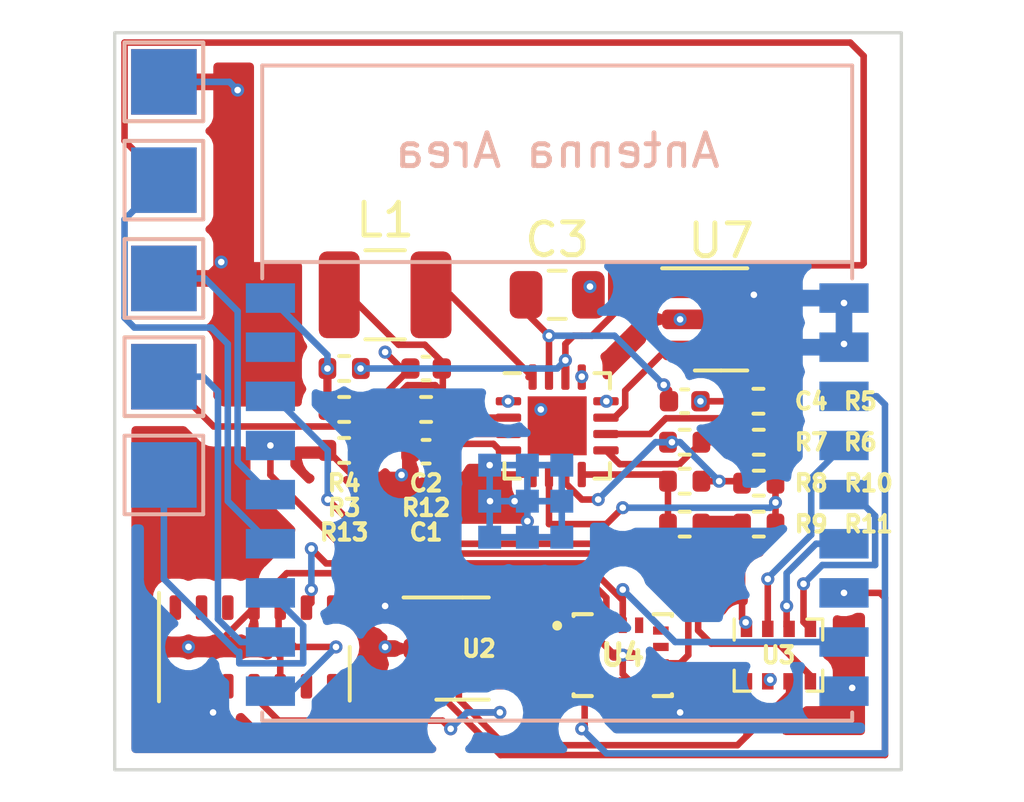
<source format=kicad_pcb>
(kicad_pcb (version 20211014) (generator pcbnew)
  (layers (0 "F.Cu" signal) (1 "In1.Cu" signal) (2 "In2.Cu" signal) (31 "B.Cu" signal) (34 "B.Paste" user) (35 "F.Paste" user) (36 "B.SilkS" user "B.Silkscreen") (37 "F.SilkS" user "F.Silkscreen") (38 "B.Mask" user) (39 "F.Mask" user) (44 "Edge.Cuts" user))
  (net 0 "")
  (net 1 "GND")
  (net 2 "Net-(C1-Pad2)")
  (net 3 "/Power_Management/PV")
  (net 4 "Net-(C3-Pad1)")
  (net 5 "Net-(L1-Pad2)")
  (net 6 "Net-(R3-Pad2)")
  (net 7 "/Power_Management/BATT")
  (net 8 "Net-(R5-Pad2)")
  (net 9 "Net-(R6-Pad2)")
  (net 10 "Net-(R10-Pad1)")
  (net 11 "Net-(R8-Pad2)")
  (net 12 "Net-(R10-Pad2)")
  (net 13 "Net-(R12-Pad2)")
  (net 14 "Net-(TP5-Pad1)")
  (net 15 "Net-(TP7-Pad1)")
  (net 16 "+3.3V")
  (net 17 "Net-(U1-Pad3)")
  (net 18 "Net-(U1-Pad4)")
  (net 19 "SPI_SCK")
  (net 20 "SPI_MOSI")
  (net 21 "Net-(U1-Pad7)")
  (net 22 "SCL")
  (net 23 "SDA")
  (net 24 "Net-(U1-Pad15)")
  (net 25 "SPI_MISO")
  (net 28 "Net-(U2-Pad5)")
  (net 41 "Net-(U6-Pad11)")
  (net 42 "Net-(U1-Pad13)")
  (net 43 "Net-(U1-Pad14)")
  (footprint "TestPoint:TestPoint_Pad_2.0x2.0mm" (layer "F.Cu") (at 165.5 44.5)
    (fp_text reference "TP1" hide)
    (fp_text value "GND" hide)
    (pad "1" smd rect (at 0 0) (size 2 2) (layers "F.Cu" "F.Mask") (net 1 "GND"))
  )
  (footprint "Inductor_SMD:L_1210_3225Metric" (layer "F.Cu") (at 172.25 51)
    (fp_text reference "L1" (at 0 -2.28) (layer "F.SilkS"))
    (fp_text value "Lbst")
    (pad "1" smd roundrect (at -1.4 0) (size 1.25 2.65) (layers "F.Cu" "F.Paste" "F.Mask") (roundrect_rratio 0.2) (net 3 "/Power_Management/PV"))
    (pad "2" smd roundrect (at 1.4 0) (size 1.25 2.65) (layers "F.Cu" "F.Paste" "F.Mask") (roundrect_rratio 0.2) (net 5 "Net-(L1-Pad2)"))
  )
  (footprint "Capacitor_SMD:C_0402_1005Metric" (layer "F.Cu") (at 173.5 53.25)
    (fp_text reference "C2" (at 0 3.5) (layer "F.SilkS") (effects (font (size 0.5 0.5) (thickness 0.125))))
    (fp_text value "Chvr")
    (pad "1" smd roundrect (at -0.48 0) (size 0.56 0.62) (layers "F.Cu" "F.Paste" "F.Mask") (net 1 "GND"))
    (pad "2" smd roundrect (at 0.48 0) (size 0.56 0.62) (layers "F.Cu" "F.Paste" "F.Mask") (net 3 "/Power_Management/PV"))
  )
  (footprint "OptoDevice:Maxim_OLGA-14_3.3x5.6mm_P0.8mm" (layer "F.Cu") (at 168.25 61.75 -90)
    (fp_text reference "U5" hide)
    (fp_text value "MAX30102" hide)
    (pad "1" smd roundrect (at -1.2 -2.4 270) (size 0.75 0.35) (layers "F.Cu" "F.Paste" "F.Mask"))
    (pad "2" smd roundrect (at -1.2 -1.6 270) (size 0.75 0.35) (layers "F.Cu" "F.Paste" "F.Mask") (net 22 "SCL"))
    (pad "3" smd roundrect (at -1.2 -0.8 270) (size 0.75 0.35) (layers "F.Cu" "F.Paste" "F.Mask") (net 23 "SDA"))
    (pad "4" smd roundrect (at -1.2 0 270) (size 0.75 0.35) (layers "F.Cu" "F.Paste" "F.Mask") (net 1 "GND"))
    (pad "5" smd roundrect (at -1.2 0.8 270) (size 0.75 0.35) (layers "F.Cu" "F.Paste" "F.Mask"))
    (pad "6" smd roundrect (at -1.2 1.6 270) (size 0.75 0.35) (layers "F.Cu" "F.Paste" "F.Mask"))
    (pad "7" smd roundrect (at -1.2 2.4 270) (size 0.75 0.35) (layers "F.Cu" "F.Paste" "F.Mask"))
    (pad "8" smd roundrect (at 1.2 2.4 270) (size 0.75 0.35) (layers "F.Cu" "F.Paste" "F.Mask"))
    (pad "9" smd roundrect (at 1.2 1.6 270) (size 0.75 0.35) (layers "F.Cu" "F.Paste" "F.Mask") (net 16 "+3.3V"))
    (pad "10" smd roundrect (at 1.2 0.8 270) (size 0.75 0.35) (layers "F.Cu" "F.Paste" "F.Mask") (net 16 "+3.3V"))
    (pad "11" smd roundrect (at 1.2 0 270) (size 0.75 0.35) (layers "F.Cu" "F.Paste" "F.Mask") (net 28 "Net-(U2-Pad5)"))
    (pad "12" smd roundrect (at 1.2 -0.8 270) (size 0.75 0.35) (layers "F.Cu" "F.Paste" "F.Mask") (net 1 "GND"))
    (pad "13" smd roundrect (at 1.2 -1.6 270) (size 0.75 0.35) (layers "F.Cu" "F.Paste" "F.Mask"))
    (pad "14" smd roundrect (at 1.2 -2.4 270) (size 0.75 0.35) (layers "F.Cu" "F.Paste" "F.Mask"))
  )
  (footprint "Resistor_SMD:R_0402_1005Metric" (layer "F.Cu") (at 183.64 54.25)
    (fp_text reference "R5" (at 3.11 0) (layer "F.SilkS") (effects (font (size 0.5 0.5) (thickness 0.125))))
    (fp_text value "R0k1")
    (pad "1" smd roundrect (at -0.51 0) (size 0.54 0.64) (layers "F.Cu" "F.Paste" "F.Mask") (net 1 "GND"))
    (pad "2" smd roundrect (at 0.51 0) (size 0.54 0.64) (layers "F.Cu" "F.Paste" "F.Mask") (net 8 "Net-(R5-Pad2)"))
  )
  (footprint "Resistor_SMD:R_0402_1005Metric" (layer "F.Cu") (at 183.65 55.5 180)
    (fp_text reference "R6" (at -3.1 0) (layer "F.SilkS") (effects (font (size 0.5 0.5) (thickness 0.125))))
    (fp_text value "R0k3")
    (pad "1" smd roundrect (at -0.51 0 180) (size 0.54 0.64) (layers "F.Cu" "F.Paste" "F.Mask") (net 8 "Net-(R5-Pad2)"))
    (pad "2" smd roundrect (at 0.51 0 180) (size 0.54 0.64) (layers "F.Cu" "F.Paste" "F.Mask") (net 9 "Net-(R6-Pad2)"))
  )
  (footprint "Resistor_SMD:R_0402_1005Metric" (layer "F.Cu") (at 171 55.75 180)
    (fp_text reference "R13" (at 0 -2.5) (layer "F.SilkS") (effects (font (size 0.5 0.5) (thickness 0.125))))
    (fp_text value "Roc1")
    (pad "1" smd roundrect (at -0.51 0 180) (size 0.54 0.64) (layers "F.Cu" "F.Paste" "F.Mask") (net 13 "Net-(R12-Pad2)"))
    (pad "2" smd roundrect (at 0.51 0 180) (size 0.54 0.64) (layers "F.Cu" "F.Paste" "F.Mask") (net 1 "GND"))
  )
  (footprint "Capacitor_SMD:C_0402_1005Metric" (layer "F.Cu") (at 173.5 55.79)
    (fp_text reference "C1" (at 0 2.46) (layer "F.SilkS") (effects (font (size 0.5 0.5) (thickness 0.125))))
    (fp_text value "Cref")
    (pad "1" smd roundrect (at -0.48 0) (size 0.56 0.62) (layers "F.Cu" "F.Paste" "F.Mask") (net 1 "GND"))
    (pad "2" smd roundrect (at 0.48 0) (size 0.56 0.62) (layers "F.Cu" "F.Paste" "F.Mask") (net 2 "Net-(C1-Pad2)"))
  )
  (footprint "Resistor_SMD:R_0402_1005Metric" (layer "F.Cu") (at 171 54.5 180)
    (fp_text reference "R3" (at 0 -3) (layer "F.SilkS") (effects (font (size 0.5 0.5) (thickness 0.125))))
    (fp_text value "1k")
    (pad "1" smd roundrect (at -0.51 0 180) (size 0.54 0.64) (layers "F.Cu" "F.Paste" "F.Mask") (net 1 "GND"))
    (pad "2" smd roundrect (at 0.51 0 180) (size 0.54 0.64) (layers "F.Cu" "F.Paste" "F.Mask") (net 6 "Net-(R3-Pad2)"))
  )
  (footprint "Resistor_SMD:R_0402_1005Metric" (layer "F.Cu") (at 171 53.25)
    (fp_text reference "R4" (at 0 3.5) (layer "F.SilkS") (effects (font (size 0.5 0.5) (thickness 0.125))))
    (fp_text value "1k")
    (pad "1" smd roundrect (at -0.51 0) (size 0.54 0.64) (layers "F.Cu" "F.Paste" "F.Mask") (net 6 "Net-(R3-Pad2)"))
    (pad "2" smd roundrect (at 0.51 0) (size 0.54 0.64) (layers "F.Cu" "F.Paste" "F.Mask") (net 7 "/Power_Management/BATT"))
  )
  (footprint "Capacitor_SMD:C_0402_1005Metric" (layer "F.Cu") (at 181.39 54.25)
    (fp_text reference "C4" (at 3.86 0) (layer "F.SilkS") (effects (font (size 0.5 0.5) (thickness 0.125))))
    (fp_text value "Cfltr")
    (pad "1" smd roundrect (at -0.48 0) (size 0.56 0.62) (layers "F.Cu" "F.Paste" "F.Mask") (net 4 "Net-(C3-Pad1)"))
    (pad "2" smd roundrect (at 0.48 0) (size 0.56 0.62) (layers "F.Cu" "F.Paste" "F.Mask") (net 1 "GND"))
  )
  (footprint "Package_LGA:Bosch_LGA-8_2x2.5mm_P0.65mm_ClockwisePinNumbering" (layer "F.Cu") (at 184.25 62)
    (fp_text reference "U3" (at 0 0) (layer "F.SilkS") (effects (font (size 0.5 0.5) (thickness 0.125))))
    (fp_text value "BMP280" hide)
    (pad "1" smd rect (at -0.975 -0.8 90) (size 0.5 0.35) (layers "F.Cu" "F.Paste" "F.Mask") (net 1 "GND"))
    (pad "2" smd rect (at -0.325 -0.8 90) (size 0.5 0.35) (layers "F.Cu" "F.Paste" "F.Mask") (net 18 "Net-(U1-Pad4)"))
    (pad "3" smd rect (at 0.325 -0.8 90) (size 0.5 0.35) (layers "F.Cu" "F.Paste" "F.Mask") (net 20 "SPI_MOSI"))
    (pad "4" smd rect (at 0.975 -0.8 90) (size 0.5 0.35) (layers "F.Cu" "F.Paste" "F.Mask") (net 19 "SPI_SCK"))
    (pad "5" smd rect (at 0.975 0.8 90) (size 0.5 0.35) (layers "F.Cu" "F.Paste" "F.Mask") (net 25 "SPI_MISO"))
    (pad "6" smd rect (at 0.325 0.8 90) (size 0.5 0.35) (layers "F.Cu" "F.Paste" "F.Mask") (net 28 "Net-(U2-Pad5)"))
    (pad "7" smd rect (at -0.325 0.8 90) (size 0.5 0.35) (layers "F.Cu" "F.Paste" "F.Mask") (net 1 "GND"))
    (pad "8" smd rect (at -0.975 0.8 90) (size 0.5 0.35) (layers "F.Cu" "F.Paste" "F.Mask") (net 28 "Net-(U2-Pad5)"))
  )
  (footprint "Package_TO_SOT_SMD:SOT-23-5" (layer "F.Cu") (at 174.6125 61.8)
    (fp_text reference "U2" (at 0.5 0) (layer "F.SilkS") (effects (font (size 0.5 0.5) (thickness 0.125))))
    (fp_text value "TC2014-1.8VxCTTR" hide)
    (pad "1" smd roundrect (at -1.1375 -0.95) (size 1.325 0.6) (layers "F.Cu" "F.Paste" "F.Mask") (net 16 "+3.3V"))
    (pad "2" smd roundrect (at -1.1375 0) (size 1.325 0.6) (layers "F.Cu" "F.Paste" "F.Mask") (net 1 "GND"))
    (pad "3" smd roundrect (at -1.1375 0.95) (size 1.325 0.6) (layers "F.Cu" "F.Paste" "F.Mask") (net 21 "Net-(U1-Pad7)"))
    (pad "4" smd roundrect (at 1.1375 0.95) (size 1.325 0.6) (layers "F.Cu" "F.Paste" "F.Mask"))
    (pad "5" smd roundrect (at 1.1375 -0.95) (size 1.325 0.6) (layers "F.Cu" "F.Paste" "F.Mask") (net 28 "Net-(U2-Pad5)"))
  )
  (footprint "Package_TO_SOT_SMD:SOT-23-5" (layer "F.Cu") (at 182.5 51.75)
    (fp_text reference "U7" (at 0 -2.4) (layer "F.SilkS"))
    (fp_text value "S-1318A33")
    (pad "1" smd roundrect (at -1.1375 -0.95) (size 1.325 0.6) (layers "F.Cu" "F.Paste" "F.Mask") (net 7 "/Power_Management/BATT"))
    (pad "2" smd roundrect (at -1.1375 0) (size 1.325 0.6) (layers "F.Cu" "F.Paste" "F.Mask") (net 1 "GND"))
    (pad "3" smd roundrect (at -1.1375 0.95) (size 1.325 0.6) (layers "F.Cu" "F.Paste" "F.Mask") (net 41 "Net-(U6-Pad11)"))
    (pad "4" smd roundrect (at 1.1375 0.95) (size 1.325 0.6) (layers "F.Cu" "F.Paste" "F.Mask"))
    (pad "5" smd roundrect (at 1.1375 -0.95) (size 1.325 0.6) (layers "F.Cu" "F.Paste" "F.Mask") (net 16 "+3.3V"))
  )
  (footprint "Resistor_SMD:R_0402_1005Metric" (layer "F.Cu") (at 181.39 55.5 180)
    (fp_text reference "R7" (at -3.86 0) (layer "F.SilkS") (effects (font (size 0.5 0.5) (thickness 0.125))))
    (fp_text value "R0k3")
    (pad "1" smd roundrect (at -0.51 0 180) (size 0.54 0.64) (layers "F.Cu" "F.Paste" "F.Mask") (net 9 "Net-(R6-Pad2)"))
    (pad "2" smd roundrect (at 0.51 0 180) (size 0.54 0.64) (layers "F.Cu" "F.Paste" "F.Mask") (net 10 "Net-(R10-Pad1)"))
  )
  (footprint "Resistor_SMD:R_0402_1005Metric" (layer "F.Cu") (at 183.65 56.75)
    (fp_text reference "R10" (at 3.35 0) (layer "F.SilkS") (effects (font (size 0.5 0.5) (thickness 0.125))))
    (fp_text value "Ruv2")
    (pad "1" smd roundrect (at -0.51 0) (size 0.54 0.64) (layers "F.Cu" "F.Paste" "F.Mask") (net 10 "Net-(R10-Pad1)"))
    (pad "2" smd roundrect (at 0.51 0) (size 0.54 0.64) (layers "F.Cu" "F.Paste" "F.Mask") (net 12 "Net-(R10-Pad2)"))
  )
  (footprint "TestPoint:TestPoint_Pad_2.0x2.0mm" (layer "F.Cu") (at 165.5 50.5)
    (fp_text reference "TP3" hide)
    (fp_text value "GND" hide)
    (pad "1" smd rect (at 0 0) (size 2 2) (layers "F.Cu" "F.Mask") (net 1 "GND"))
  )
  (footprint "Capacitor_SMD:C_0805_2012Metric" (layer "F.Cu") (at 177.5 51)
    (fp_text reference "C3" (at 0 -1.68) (layer "F.SilkS"))
    (fp_text value "Cstor")
    (pad "1" smd roundrect (at -0.95 0) (size 1 1.45) (layers "F.Cu" "F.Paste" "F.Mask") (net 4 "Net-(C3-Pad1)"))
    (pad "2" smd roundrect (at 0.95 0) (size 1 1.45) (layers "F.Cu" "F.Paste" "F.Mask") (net 1 "GND"))
  )
  (footprint "BMI270:XDCR_BMI270" (layer "F.Cu") (at 179.5 62)
    (fp_text reference "U4" (at 0 0) (layer "F.SilkS") (effects (font (size 0.64 0.64))))
    (fp_text value "BMI270")
    (pad "1" smd rect locked (at -1.1625 -0.75) (size 0.475 0.25) (layers "F.Cu" "F.Paste" "F.Mask") (net 1 "GND"))
    (pad "2" smd rect locked (at -1.1625 -0.25) (size 0.475 0.25) (layers "F.Cu" "F.Paste" "F.Mask"))
    (pad "3" smd rect locked (at -1.1625 0.25) (size 0.475 0.25) (layers "F.Cu" "F.Paste" "F.Mask"))
    (pad "4" smd rect locked (at -1.1625 0.75) (size 0.475 0.25) (layers "F.Cu" "F.Paste" "F.Mask") (net 17 "Net-(U1-Pad3)"))
    (pad "5" smd rect locked (at -0.5 0.9125 90) (size 0.475 0.25) (layers "F.Cu" "F.Paste" "F.Mask") (net 16 "+3.3V"))
    (pad "6" smd rect locked (at 0 0.9125 90) (size 0.475 0.25) (layers "F.Cu" "F.Paste" "F.Mask") (net 1 "GND"))
    (pad "7" smd rect locked (at 0.5 0.9125 90) (size 0.475 0.25) (layers "F.Cu" "F.Paste" "F.Mask") (net 1 "GND"))
    (pad "8" smd rect locked (at 1.1625 0.75) (size 0.475 0.25) (layers "F.Cu" "F.Paste" "F.Mask") (net 16 "+3.3V"))
    (pad "9" smd rect locked (at 1.1625 0.25) (size 0.475 0.25) (layers "F.Cu" "F.Paste" "F.Mask") (net 24 "Net-(U1-Pad15)"))
    (pad "10" smd rect locked (at 1.1625 -0.25) (size 0.475 0.25) (layers "F.Cu" "F.Paste" "F.Mask"))
    (pad "11" smd rect locked (at 1.1625 -0.75) (size 0.475 0.25) (layers "F.Cu" "F.Paste" "F.Mask"))
    (pad "12" smd rect locked (at 0.5 -0.9125 90) (size 0.475 0.25) (layers "F.Cu" "F.Paste" "F.Mask"))
    (pad "13" smd rect locked (at 0 -0.9125 90) (size 0.475 0.25) (layers "F.Cu" "F.Paste" "F.Mask") (net 22 "SCL"))
    (pad "14" smd rect locked (at -0.5 -0.9125 90) (size 0.475 0.25) (layers "F.Cu" "F.Paste" "F.Mask") (net 23 "SDA"))
  )
  (footprint "Package_DFN_QFN:VQFN-16-1EP_3x3mm_P0.5mm_EP1.8x1.8mm" (layer "F.Cu") (at 177.5 55)
    (fp_text reference "U6" hide)
    (fp_text value "BQ25504" hide)
    (pad "1" smd roundrect (at -1.4875 -0.75) (size 0.775 0.25) (layers "F.Cu" "F.Paste" "F.Mask") (net 1 "GND"))
    (pad "2" smd roundrect (at -1.4875 -0.25) (size 0.775 0.25) (layers "F.Cu" "F.Paste" "F.Mask") (net 3 "/Power_Management/PV"))
    (pad "3" smd roundrect (at -1.4875 0.25) (size 0.775 0.25) (layers "F.Cu" "F.Paste" "F.Mask") (net 13 "Net-(R12-Pad2)"))
    (pad "4" smd roundrect (at -1.4875 0.75) (size 0.775 0.25) (layers "F.Cu" "F.Paste" "F.Mask") (net 2 "Net-(C1-Pad2)"))
    (pad "5" smd roundrect (at -0.75 1.4875) (size 0.25 0.775) (layers "F.Cu" "F.Paste" "F.Mask") (net 1 "GND"))
    (pad "6" smd roundrect (at -0.25 1.4875) (size 0.25 0.775) (layers "F.Cu" "F.Paste" "F.Mask") (net 12 "Net-(R10-Pad2)"))
    (pad "7" smd roundrect (at 0.25 1.4875) (size 0.25 0.775) (layers "F.Cu" "F.Paste" "F.Mask") (net 10 "Net-(R10-Pad1)"))
    (pad "8" smd roundrect (at 0.75 1.4875) (size 0.25 0.775) (layers "F.Cu" "F.Paste" "F.Mask") (net 11 "Net-(R8-Pad2)"))
    (pad "9" smd roundrect (at 1.4875 0.75) (size 0.775 0.25) (layers "F.Cu" "F.Paste" "F.Mask") (net 9 "Net-(R6-Pad2)"))
    (pad "10" smd roundrect (at 1.4875 0.25) (size 0.775 0.25) (layers "F.Cu" "F.Paste" "F.Mask") (net 8 "Net-(R5-Pad2)"))
    (pad "11" smd roundrect (at 1.4875 -0.25) (size 0.775 0.25) (layers "F.Cu" "F.Paste" "F.Mask") (net 41 "Net-(U6-Pad11)"))
    (pad "12" smd roundrect (at 1.4875 -0.75) (size 0.775 0.25) (layers "F.Cu" "F.Paste" "F.Mask") (net 1 "GND"))
    (pad "13" smd roundrect (at 0.75 -1.4875) (size 0.25 0.775) (layers "F.Cu" "F.Paste" "F.Mask") (net 1 "GND"))
    (pad "14" smd roundrect (at 0.25 -1.4875) (size 0.25 0.775) (layers "F.Cu" "F.Paste" "F.Mask") (net 7 "/Power_Management/BATT"))
    (pad "15" smd roundrect (at -0.25 -1.4875) (size 0.25 0.775) (layers "F.Cu" "F.Paste" "F.Mask") (net 4 "Net-(C3-Pad1)"))
    (pad "16" smd roundrect (at -0.75 -1.4875) (size 0.25 0.775) (layers "F.Cu" "F.Paste" "F.Mask") (net 5 "Net-(L1-Pad2)"))
    (pad "17" smd rect (at 0 0) (size 1.8 1.8) (layers "F.Cu" "F.Mask") (net 1 "GND"))
  )
  (footprint "Resistor_SMD:R_0402_1005Metric" (layer "F.Cu") (at 173.5 54.5 180)
    (fp_text reference "R12" (at 0 -3) (layer "F.SilkS") (effects (font (size 0.5 0.5) (thickness 0.125))))
    (fp_text value "Roc2")
    (pad "1" smd roundrect (at -0.51 0 180) (size 0.54 0.64) (layers "F.Cu" "F.Paste" "F.Mask") (net 3 "/Power_Management/PV"))
    (pad "2" smd roundrect (at 0.51 0 180) (size 0.54 0.64) (layers "F.Cu" "F.Paste" "F.Mask") (net 13 "Net-(R12-Pad2)"))
  )
  (footprint "Resistor_SMD:R_0402_1005Metric" (layer "F.Cu") (at 181.39 58)
    (fp_text reference "R9" (at 3.86 0) (layer "F.SilkS") (effects (font (size 0.5 0.5) (thickness 0.125))))
    (fp_text value "Rov2")
    (pad "1" smd roundrect (at -0.51 0) (size 0.54 0.64) (layers "F.Cu" "F.Paste" "F.Mask") (net 11 "Net-(R8-Pad2)"))
    (pad "2" smd roundrect (at 0.51 0) (size 0.54 0.64) (layers "F.Cu" "F.Paste" "F.Mask") (net 1 "GND"))
  )
  (footprint "Resistor_SMD:R_0402_1005Metric" (layer "F.Cu") (at 183.65 58 180)
    (fp_text reference "R11" (at -3.35 0) (layer "F.SilkS") (effects (font (size 0.5 0.5) (thickness 0.125))))
    (fp_text value "Ruv1")
    (pad "1" smd roundrect (at -0.51 0 180) (size 0.54 0.64) (layers "F.Cu" "F.Paste" "F.Mask") (net 12 "Net-(R10-Pad2)"))
    (pad "2" smd roundrect (at 0.51 0 180) (size 0.54 0.64) (layers "F.Cu" "F.Paste" "F.Mask") (net 1 "GND"))
  )
  (footprint "TestPoint:TestPoint_Pad_2.0x2.0mm" (layer "F.Cu") (at 165.5 53.5)
    (fp_text reference "TP2" hide)
    (fp_text value "PV" hide)
    (pad "1" smd rect (at 0 0) (size 2 2) (layers "F.Cu" "F.Mask") (net 3 "/Power_Management/PV"))
  )
  (footprint "Resistor_SMD:R_0402_1005Metric" (layer "F.Cu") (at 181.39 56.69 180)
    (fp_text reference "R8" (at -3.86 -0.06) (layer "F.SilkS") (effects (font (size 0.5 0.5) (thickness 0.125))))
    (fp_text value "Rov1")
    (pad "1" smd roundrect (at -0.51 0 180) (size 0.54 0.64) (layers "F.Cu" "F.Paste" "F.Mask") (net 10 "Net-(R10-Pad1)"))
    (pad "2" smd roundrect (at 0.51 0 180) (size 0.54 0.64) (layers "F.Cu" "F.Paste" "F.Mask") (net 11 "Net-(R8-Pad2)"))
  )
  (footprint "TestPoint:TestPoint_Pad_2.0x2.0mm" (layer "F.Cu") (at 165.5 47.5)
    (fp_text reference "TP8" hide)
    (fp_text value "BATT" hide)
    (pad "1" smd rect (at 0 0) (size 2 2) (layers "F.Cu" "F.Mask") (net 7 "/Power_Management/BATT"))
  )
  (footprint "TestPoint:TestPoint_Pad_2.0x2.0mm" (layer "B.Cu") (at 165.5 47.5 180)
    (fp_text reference "TP11" hide)
    (fp_text value "D-" hide)
    (pad "1" smd rect (at 0 0 180) (size 2 2) (layers "B.Cu" "B.Mask") (net 42 "Net-(U1-Pad13)"))
  )
  (footprint "TestPoint:TestPoint_Pad_2.0x2.0mm" (layer "B.Cu") (at 165.5 50.5 180)
    (fp_text reference "TP12" hide)
    (fp_text value "D+" hide)
    (pad "1" smd rect (at 0 0 180) (size 2 2) (layers "B.Cu" "B.Mask") (net 43 "Net-(U1-Pad14)"))
  )
  (footprint "TestPoint:TestPoint_Pad_2.0x2.0mm" (layer "B.Cu") (at 165.5 56.5 180)
    (fp_text reference "TP7" hide)
    (fp_text value "TX" hide)
    (pad "1" smd rect (at 0 0 180) (size 2 2) (layers "B.Cu" "B.Mask") (net 15 "Net-(TP7-Pad1)"))
  )
  (footprint "TestPoint:TestPoint_Pad_2.0x2.0mm" (layer "B.Cu") (at 165.5 53.5 180)
    (fp_text reference "TP5" hide)
    (fp_text value "RX" hide)
    (pad "1" smd rect (at 0 0 180) (size 2 2) (layers "B.Cu" "B.Mask") (net 14 "Net-(TP5-Pad1)"))
  )
  (footprint "Espressif:ESP32-C3-WROOM-02" (layer "B.Cu") (at 177.5 57 180)
    (fp_text reference "U1" hide)
    (fp_text value "ESP32-C3-WROOM-02" hide)
    (fp_text user "Antenna Area" (at 0 10.4) (layer "B.SilkS") (effects (justify mirror)))
    (pad "1" smd rect (at -8.75 5.9 180) (size 1.5 0.9) (layers "B.Cu" "B.Paste" "B.Mask") (net 16 "+3.3V"))
    (pad "2" smd rect (at -8.75 4.4 180) (size 1.5 0.9) (layers "B.Cu" "B.Paste" "B.Mask") (net 16 "+3.3V"))
    (pad "3" smd rect (at -8.75 2.9 180) (size 1.5 0.9) (layers "B.Cu" "B.Paste" "B.Mask") (net 17 "Net-(U1-Pad3)"))
    (pad "4" smd rect (at -8.75 1.4 180) (size 1.5 0.9) (layers "B.Cu" "B.Paste" "B.Mask") (net 18 "Net-(U1-Pad4)"))
    (pad "5" smd rect (at -8.75 -0.1 180) (size 1.5 0.9) (layers "B.Cu" "B.Paste" "B.Mask") (net 19 "SPI_SCK"))
    (pad "6" smd rect (at -8.75 -1.6 180) (size 1.5 0.9) (layers "B.Cu" "B.Paste" "B.Mask") (net 20 "SPI_MOSI"))
    (pad "7" smd rect (at -8.75 -3.1 180) (size 1.5 0.9) (layers "B.Cu" "B.Paste" "B.Mask") (net 21 "Net-(U1-Pad7)"))
    (pad "8" smd rect (at -8.75 -4.6 180) (size 1.5 0.9) (layers "B.Cu" "B.Paste" "B.Mask") (net 22 "SCL"))
    (pad "9" smd rect (at -8.75 -6.1 180) (size 1.5 0.9) (layers "B.Cu" "B.Paste" "B.Mask") (net 1 "GND"))
    (pad "10" smd rect (at 8.75 -6.1) (size 1.5 0.9) (layers "B.Cu" "B.Paste" "B.Mask") (net 23 "SDA"))
    (pad "11" smd rect (at 8.75 -4.6) (size 1.5 0.9) (layers "B.Cu" "B.Paste" "B.Mask") (net 14 "Net-(TP5-Pad1)"))
    (pad "12" smd rect (at 8.75 -3.1) (size 1.5 0.9) (layers "B.Cu" "B.Paste" "B.Mask") (net 15 "Net-(TP7-Pad1)"))
    (pad "13" smd rect (at 8.75 -1.6) (size 1.5 0.9) (layers "B.Cu" "B.Paste" "B.Mask") (net 42 "Net-(U1-Pad13)"))
    (pad "14" smd rect (at 8.75 -0.1) (size 1.5 0.9) (layers "B.Cu" "B.Paste" "B.Mask") (net 43 "Net-(U1-Pad14)"))
    (pad "15" smd rect (at 8.75 1.4) (size 1.5 0.9) (layers "B.Cu" "B.Paste" "B.Mask") (net 24 "Net-(U1-Pad15)"))
    (pad "16" smd rect (at 8.75 2.9) (size 1.5 0.9) (layers "B.Cu" "B.Paste" "B.Mask") (net 25 "SPI_MISO"))
    (pad "17" smd rect (at 8.75 4.4) (size 1.5 0.9) (layers "B.Cu" "B.Paste" "B.Mask"))
    (pad "18" smd rect (at 8.75 5.9) (size 1.5 0.9) (layers "B.Cu" "B.Paste" "B.Mask") (net 6 "Net-(R3-Pad2)"))
    (pad "19" smd rect (at 2.06 -0.3) (size 0.7 0.7) (layers "B.Cu" "B.Paste" "B.Mask") (net 1 "GND"))
    (pad "19" smd rect (at -0.14 -0.3) (size 0.7 0.7) (layers "B.Cu" "B.Paste" "B.Mask") (net 1 "GND"))
    (pad "19" smd rect (at 2.06 -1.4) (size 0.7 0.7) (layers "B.Cu" "B.Paste" "B.Mask") (net 1 "GND"))
    (pad "19" smd rect (at 0.91 -1.4) (size 0.7 0.7) (layers "B.Cu" "B.Paste" "B.Mask") (net 1 "GND"))
    (pad "19" smd rect (at 0.91 -0.3) (size 0.7 0.7) (layers "B.Cu" "B.Paste" "B.Mask") (net 1 "GND"))
    (pad "19" smd rect (at 2.06 0.8) (size 0.7 0.7) (layers "B.Cu" "B.Paste" "B.Mask") (net 1 "GND"))
    (pad "19" smd rect (at -0.14 0.8) (size 0.7 0.7) (layers "B.Cu" "B.Paste" "B.Mask") (net 1 "GND"))
    (pad "19" smd rect (at 0.91 0.8) (size 0.7 0.7) (layers "B.Cu" "B.Paste" "B.Mask") (net 1 "GND"))
    (pad "19" smd rect (at -0.14 -1.4) (size 0.7 0.7) (layers "B.Cu" "B.Paste" "B.Mask") (net 1 "GND"))
  )
  (footprint "TestPoint:TestPoint_Pad_2.0x2.0mm" (layer "B.Cu") (at 165.5 44.5 180)
    (fp_text reference "TP6" hide)
    (fp_text value "GND" hide)
    (pad "1" smd rect (at 0 0 180) (size 2 2) (layers "B.Cu" "B.Mask") (net 1 "GND"))
  )
  (gr_rect (start 164 43) (end 188 65.5) (layer "Edge.Cuts") (width 0.1) (fill none))
  (segment (start 178.3375 61.25) (end 178.5 61.25) (width 0.2) (layer "F.Cu") (net 1))
  (segment (start 167.5 44.5) (end 165.5 44.5) (width 0.2) (layer "F.Cu") (net 1))
  (segment (start 183.14 60.89) (end 183.14 58) (width 0.2) (layer "F.Cu") (net 1))
  (segment (start 170.49 55.75) (end 171.24 56.5) (width 0.2) (layer "F.Cu") (net 1))
  (segment (start 179.5 62.9125) (end 179.8375 62.9125) (width 0.2) (layer "F.Cu") (net 1))
  (segment (start 181.87 54.25) (end 183.13 54.25) (width 0.2) (layer "F.Cu") (net 1))
  (segment (start 169.05 62.05) (end 169.05 62.95) (width 0.2) (layer "F.Cu") (net 1))
  (segment (start 179.5 62.575) (end 179.5 62) (width 0.2) (layer "F.Cu") (net 1))
  (segment (start 172.3 61.8) (end 172.25 61.75) (width 0.2) (layer "F.Cu") (net 1))
  (segment (start 183.25 61) (end 183.14 60.89) (width 0.2) (layer "F.Cu") (net 1))
  (segment (start 176.75 56.4875) (end 175.7275 56.4875) (width 0.2) (layer "F.Cu") (net 1))
  (segment (start 173.02 55.79) (end 173.02 56.23) (width 0.2) (layer "F.Cu") (net 1))
  (segment (start 167.05 61.75) (end 166.25 61.75) (width 0.2) (layer "F.Cu") (net 1))
  (segment (start 171.77 54.5) (end 173.02 53.25) (width 0.2) (layer "F.Cu") (net 1))
  (segment (start 167.75 44.75) (end 167.5 44.5) (width 0.2) (layer "F.Cu") (net 1))
  (segment (start 168.25 60.55) (end 168.25 61.25) (width 0.2) (layer "F.Cu") (net 1))
  (segment (start 175.7275 56.4875) (end 175.44 56.2) (width 0.2) (layer "F.Cu") (net 1))
  (segment (start 171.51 54.5) (end 171.77 54.5) (width 0.2) (layer "F.Cu") (net 1))
  (segment (start 167.25 50) (end 166.75 50.5) (width 0.2) (layer "F.Cu") (net 1))
  (segment (start 168.25 60.55) (end 167.05 61.75) (width 0.2) (layer "F.Cu") (net 1))
  (segment (start 166.75 50.5) (end 165.5 50.5) (width 0.2) (layer "F.Cu") (net 1))
  (segment (start 173.475 61.8) (end 172.3 61.8) (width 0.2) (layer "F.Cu") (net 1))
  (segment (start 179.25 62) (end 179.5 62) (width 0.2) (layer "F.Cu") (net 1))
  (segment (start 173.02 53.25) (end 172.75 53.25) (width 0.2) (layer "F.Cu") (net 1))
  (segment (start 172.75 53.25) (end 172.25 52.75) (width 0.2) (layer "F.Cu") (net 1))
  (segment (start 178.5 61.25) (end 179.25 62) (width 0.2) (layer "F.Cu") (net 1))
  (segment (start 171.24 56.5) (end 172.75 56.5) (width 0.2) (layer "F.Cu") (net 1))
  (segment (start 183.14 58) (end 181.9 58) (width 0.2) (layer "F.Cu") (net 1))
  (segment (start 179.8375 62.9125) (end 179.5 62.575) (width 0.2) (layer "F.Cu") (net 1))
  (segment (start 168.25 61.25) (end 169.05 62.05) (width 0.2) (layer "F.Cu") (net 1))
  (segment (start 179.8375 62.9125) (end 180 62.9125) (width 0.2) (layer "F.Cu") (net 1))
  (segment (start 173.02 56.23) (end 172.75 56.5) (width 0.2) (layer "F.Cu") (net 1))
  (via (at 176 54.25) (size 0.4) (drill 0.2) (layers "F.Cu" "B.Cu") (net 1))
  (via (at 183.25 61) (size 0.4) (drill 0.2) (layers "F.Cu" "B.Cu") (net 1))
  (via (at 175.44 56.2) (size 0.4) (drill 0.2) (layers "F.Cu" "B.Cu") (net 1))
  (via (at 177 54.5) (size 0.4) (drill 0.2) (layers "F.Cu" "B.Cu") (net 1))
  (via (at 186.5 63) (size 0.4) (drill 0.2) (layers "F.Cu" "B.Cu") (net 1))
  (via (at 176.59 57.91) (size 0.4) (drill 0.2) (layers "F.Cu" "B.Cu") (net 1))
  (via (at 172.25 52.75) (size 0.4) (drill 0.2) (layers "F.Cu" "B.Cu") (net 1))
  (via (at 167.75 44.75) (size 0.4) (drill 0.2) (layers "F.Cu" "B.Cu") (net 1))
  (via (at 181.87 54.25) (size 0.4) (drill 0.2) (layers "F.Cu" "B.Cu") (net 1))
  (via (at 176.2 57.3) (size 0.4) (drill 0.2) (layers "F.Cu" "B.Cu") (net 1))
  (via (at 172.25 61.75) (size 0.4) (drill 0.2) (layers "F.Cu" "B.Cu") (net 1))
  (via (at 179.5 62) (size 0.4) (drill 0.2) (layers "F.Cu" "B.Cu") (net 1))
  (via (at 178.5 50.75) (size 0.4) (drill 0.2) (layers "F.Cu" "B.Cu") (net 1))
  (via (at 166.25 61.75) (size 0.4) (drill 0.2) (layers "F.Cu" "B.Cu") (net 1))
  (via (at 178.25 53.5) (size 0.4) (drill 0.2) (layers "F.Cu" "B.Cu") (net 1))
  (via (at 181.25 51.75) (size 0.4) (drill 0.2) (layers "F.Cu" "B.Cu") (net 1))
  (via (at 179 54.25) (size 0.4) (drill 0.2) (layers "F.Cu" "B.Cu") (net 1))
  (via (at 172.75 56.5) (size 0.4) (drill 0.2) (layers "F.Cu" "B.Cu") (net 1))
  (via (at 167.25 50) (size 0.4) (drill 0.2) (layers "F.Cu" "B.Cu") (net 1))
  (via (at 175.45 57.3) (size 0.4) (drill 0.2) (layers "F.Cu" "B.Cu") (net 1))
  (via (at 184 62.75) (size 0.4) (drill 0.2) (layers "F.Cu" "B.Cu") (net 1))
  (segment (start 176.59 57.91) (end 176.59 58.4) (width 0.2) (layer "B.Cu") (net 1))
  (segment (start 175.45 57.3) (end 175.44 57.3) (width 0.2) (layer "B.Cu") (net 1))
  (segment (start 167.5 44.5) (end 167.75 44.75) (width 0.2) (layer "B.Cu") (net 1))
  (segment (start 177.64 56.2) (end 177.64 58.4) (width 0.2) (layer "B.Cu") (net 1))
  (segment (start 175.44 56.2) (end 177.64 56.2) (width 0.2) (layer "B.Cu") (net 1))
  (segment (start 175.44 58.4) (end 177.64 58.4) (width 0.2) (layer "B.Cu") (net 1))
  (segment (start 176.59 56.2) (end 176.59 57.91) (width 0.2) (layer "B.Cu") (net 1))
  (segment (start 176.2 57.3) (end 175.45 57.3) (width 0.2) (layer "B.Cu") (net 1))
  (segment (start 177.64 57.3) (end 176.2 57.3) (width 0.2) (layer "B.Cu") (net 1))
  (segment (start 165.5 44.5) (end 167.5 44.5) (width 0.2) (layer "B.Cu") (net 1))
  (segment (start 175.44 58.4) (end 175.44 56.2) (width 0.2) (layer "B.Cu") (net 1))
  (segment (start 174.22 55.55) (end 175.553769 55.55) (width 0.2) (layer "F.Cu") (net 2))
  (segment (start 175.553769 55.55) (end 175.753769 55.75) (width 0.2) (layer "F.Cu") (net 2))
  (segment (start 175.753769 55.75) (end 176.0125 55.75) (width 0.2) (layer "F.Cu") (net 2))
  (segment (start 173.98 55.79) (end 174.22 55.55) (width 0.2) (layer "F.Cu") (net 2))
  (segment (start 173.78 53.76) (end 174.01 53.99) (width 0.2) (layer "F.Cu") (net 3))
  (segment (start 172 55.02) (end 172 55) (width 0.2) (layer "F.Cu") (net 3))
  (segment (start 170.85 51) (end 171.136397 51) (width 0.2) (layer "F.Cu") (net 3))
  (segment (start 167.02 55.02) (end 172 55.02) (width 0.2) (layer "F.Cu") (net 3))
  (segment (start 174.01 54.5) (end 174.01 53.99) (width 0.2) (layer "F.Cu") (net 3))
  (segment (start 172.936238 53.76) (end 173.78 53.76) (width 0.2) (layer "F.Cu") (net 3))
  (segment (start 165.5 53.5) (end 167.02 55.02) (width 0.2) (layer "F.Cu") (net 3))
  (segment (start 172.52 54.176238) (end 172.936238 53.76) (width 0.2) (layer "F.Cu") (net 3))
  (segment (start 173.461396 52.525) (end 173.98 53.043604) (width 0.2) (layer "F.Cu") (net 3))
  (segment (start 174.01 53.99) (end 174.01 53.28) (width 0.2) (layer "F.Cu") (net 3))
  (segment (start 172.661397 52.525) (end 173.461396 52.525) (width 0.2) (layer "F.Cu") (net 3))
  (segment (start 173.98 53.043604) (end 173.98 53.25) (width 0.2) (layer "F.Cu") (net 3))
  (segment (start 174.26 54.75) (end 174.01 54.5) (width 0.2) (layer "F.Cu") (net 3))
  (segment (start 174.01 53.28) (end 173.98 53.25) (width 0.2) (layer "F.Cu") (net 3))
  (segment (start 172 55) (end 172.52 54.48) (width 0.2) (layer "F.Cu") (net 3))
  (segment (start 176.0125 54.75) (end 174.26 54.75) (width 0.2) (layer "F.Cu") (net 3))
  (segment (start 171.136397 51) (end 172.661397 52.525) (width 0.2) (layer "F.Cu") (net 3))
  (segment (start 172.52 54.48) (end 172.52 54.176238) (width 0.2) (layer "F.Cu") (net 3))
  (segment (start 176.55 51) (end 176.55 51.55) (width 0.2) (layer "F.Cu") (net 4))
  (segment (start 176.55 51.55) (end 177.25 52.25) (width 0.2) (layer "F.Cu") (net 4))
  (segment (start 180.91 53.91) (end 180.75 53.75) (width 0.2) (layer "F.Cu") (net 4))
  (segment (start 180.91 54.25) (end 180.91 53.91) (width 0.2) (layer "F.Cu") (net 4))
  (segment (start 177.25 52.25) (end 177.25 53.5125) (width 0.2) (layer "F.Cu") (net 4))
  (via (at 180.75 53.75) (size 0.4) (drill 0.2) (layers "F.Cu" "B.Cu") (net 4))
  (via (at 177.25 52.25) (size 0.4) (drill 0.2) (layers "F.Cu" "B.Cu") (net 4))
  (segment (start 180.75 53.75) (end 179.25 52.25) (width 0.2) (layer "B.Cu") (net 4))
  (segment (start 179.25 52.25) (end 177.25 52.25) (width 0.2) (layer "B.Cu") (net 4))
  (segment (start 174.2375 51) (end 173.65 51) (width 0.2) (layer "F.Cu") (net 5))
  (segment (start 176.625 53.5125) (end 176.75 53.5125) (width 0.2) (layer "F.Cu") (net 5))
  (segment (start 176.75 53.5125) (end 174.2375 51) (width 0.2) (layer "F.Cu") (net 5))
  (segment (start 170.49 53.25) (end 170.49 54.5) (width 0.25) (layer "F.Cu") (net 6))
  (via (at 170.49 53.25) (size 0.4) (drill 0.2) (layers "F.Cu" "B.Cu") (net 6))
  (segment (start 168.75 51.1) (end 170.49 52.84) (width 0.2) (layer "B.Cu") (net 6))
  (segment (start 170.49 52.84) (end 170.49 53.25) (width 0.2) (layer "B.Cu") (net 6))
  (segment (start 186.85 43.708578) (end 186.85 50.041422) (width 0.2) (layer "F.Cu") (net 7))
  (segment (start 178.561396 52.25) (end 180.011396 50.8) (width 0.2) (layer "F.Cu") (net 7))
  (segment (start 171.51 53.25) (end 171.5 53.25) (width 0.2) (layer "F.Cu") (net 7))
  (segment (start 179.15 50.338604) (end 179.15 51.661396) (width 0.2) (layer "F.Cu") (net 7))
  (segment (start 164.3 46.3) (end 164.3 43.3) (width 0.2) (layer "F.Cu") (net 7))
  (segment (start 177.75 53) (end 177.75 52.5) (width 0.2) (layer "F.Cu") (net 7))
  (segment (start 177.75 53.5125) (end 177.75 53) (width 0.2) (layer "F.Cu") (net 7))
  (segment (start 186.85 50.041422) (end 186.791422 50.1) (width 0.2) (layer "F.Cu") (net 7))
  (segment (start 179.15 51.661396) (end 178.561396 52.25) (width 0.2) (layer "F.Cu") (net 7))
  (segment (start 180.011396 50.8) (end 181.3625 50.8) (width 0.2) (layer "F.Cu") (net 7))
  (segment (start 186.791422 50.1) (end 179.388604 50.1) (width 0.2) (layer "F.Cu") (net 7))
  (segment (start 164.3 43.3) (end 186.441422 43.3) (width 0.2) (layer "F.Cu") (net 7))
  (segment (start 179.388604 50.1) (end 179.15 50.338604) (width 0.2) (layer "F.Cu") (net 7))
  (segment (start 165.5 47.5) (end 164.3 46.3) (width 0.2) (layer "F.Cu") (net 7))
  (segment (start 186.441422 43.3) (end 186.85 43.708578) (width 0.2) (layer "F.Cu") (net 7))
  (segment (start 177.75 52.5) (end 178 52.25) (width 0.2) (layer "F.Cu") (net 7))
  (segment (start 178 52.25) (end 178.25 52.25) (width 0.2) (layer "F.Cu") (net 7))
  (segment (start 178.25 52.25) (end 178.561396 52.25) (width 0.2) (layer "F.Cu") (net 7))
  (via (at 177.75 53) (size 0.4) (drill 0.2) (layers "F.Cu" "B.Cu") (net 7))
  (via (at 171.5 53.25) (size 0.4) (drill 0.2) (layers "F.Cu" "B.Cu") (net 7))
  (segment (start 171.5 53.25) (end 177.5 53.25) (width 0.2) (layer "B.Cu") (net 7))
  (segment (start 177.5 53.25) (end 177.75 53) (width 0.2) (layer "B.Cu") (net 7))
  (segment (start 183.63 54.77) (end 184.15 54.25) (width 0.2) (layer "F.Cu") (net 8))
  (segment (start 178.9875 55.25) (end 180.336238 55.25) (width 0.2) (layer "F.Cu") (net 8))
  (segment (start 180.816238 54.77) (end 183.63 54.77) (width 0.2) (layer "F.Cu") (net 8))
  (segment (start 184.15 55.49) (end 184.16 55.5) (width 0.2) (layer "F.Cu") (net 8))
  (segment (start 180.336238 55.25) (end 180.816238 54.77) (width 0.2) (layer "F.Cu") (net 8))
  (segment (start 184.15 54.25) (end 184.15 55.49) (width 0.2) (layer "F.Cu") (net 8))
  (segment (start 181.23 56.17) (end 181.9 55.5) (width 0.2) (layer "F.Cu") (net 9))
  (segment (start 178.9875 55.75) (end 179.4075 56.17) (width 0.2) (layer "F.Cu") (net 9))
  (segment (start 179.4075 56.17) (end 181.23 56.17) (width 0.2) (layer "F.Cu") (net 9))
  (segment (start 181.9 55.5) (end 183.14 55.5) (width 0.2) (layer "F.Cu") (net 9))
  (segment (start 180.88 55.5) (end 181 55.5) (width 0.2) (layer "F.Cu") (net 10))
  (segment (start 178.253769 57.25) (end 178.75 57.25) (width 0.2) (layer "F.Cu") (net 10))
  (segment (start 182.44 56.69) (end 183.08 56.69) (width 0.2) (layer "F.Cu") (net 10))
  (segment (start 177.75 56.4875) (end 177.75 56.746231) (width 0.2) (layer "F.Cu") (net 10))
  (segment (start 181.9 56.69) (end 182.44 56.69) (width 0.2) (layer "F.Cu") (net 10))
  (segment (start 183.08 56.69) (end 183.14 56.75) (width 0.2) (layer "F.Cu") (net 10))
  (segment (start 177.75 56.746231) (end 178.253769 57.25) (width 0.2) (layer "F.Cu") (net 10))
  (via (at 181 55.5) (size 0.4) (drill 0.2) (layers "F.Cu" "B.Cu") (net 10))
  (via (at 178.75 57.25) (size 0.4) (drill 0.2) (layers "F.Cu" "B.Cu") (net 10))
  (via (at 182.44 56.69) (size 0.4) (drill 0.2) (layers "F.Cu" "B.Cu") (net 10))
  (segment (start 180.5 55.5) (end 181 55.5) (width 0.2) (layer "B.Cu") (net 10))
  (segment (start 181.25 55.5) (end 182.44 56.69) (width 0.2) (layer "B.Cu") (net 10))
  (segment (start 181 55.5) (end 181.25 55.5) (width 0.2) (layer "B.Cu") (net 10))
  (segment (start 178.75 57.25) (end 180.5 55.5) (width 0.2) (layer "B.Cu") (net 10))
  (segment (start 180.88 56.69) (end 180.6775 56.4875) (width 0.2) (layer "F.Cu") (net 11))
  (segment (start 180.6775 56.4875) (end 178.25 56.4875) (width 0.2) (layer "F.Cu") (net 11))
  (segment (start 180.88 58) (end 180.88 56.69) (width 0.2) (layer "F.Cu") (net 11))
  (segment (start 179.5 57.5) (end 179 58) (width 0.2) (layer "F.Cu") (net 12))
  (segment (start 177.25 58) (end 177.25 56.4875) (width 0.2) (layer "F.Cu") (net 12))
  (segment (start 184.16 57.34) (end 184.16 58) (width 0.2) (layer "F.Cu") (net 12))
  (segment (start 179 58) (end 177.25 58) (width 0.2) (layer "F.Cu") (net 12))
  (segment (start 184.16 56.75) (end 184.16 57.34) (width 0.2) (layer "F.Cu") (net 12))
  (via (at 179.5 57.5) (size 0.4) (drill 0.2) (layers "F.Cu" "B.Cu") (net 12))
  (via (at 184.16 57.34) (size 0.4) (drill 0.2) (layers "F.Cu" "B.Cu") (net 12))
  (segment (start 184 57.5) (end 184.16 57.34) (width 0.2) (layer "B.Cu") (net 12))
  (segment (start 179.5 57.5) (end 184 57.5) (width 0.2) (layer "B.Cu") (net 12))
  (segment (start 171.51 55.75) (end 171.74 55.75) (width 0.2) (layer "F.Cu") (net 13))
  (segment (start 176.0125 55.25) (end 173.74 55.25) (width 0.2) (layer "F.Cu") (net 13))
  (segment (start 173.74 55.25) (end 172.99 54.5) (width 0.2) (layer "F.Cu") (net 13))
  (segment (start 171.74 55.75) (end 172.99 54.5) (width 0.2) (layer "F.Cu") (net 13))
  (segment (start 167.15 53.95) (end 167.15 60.9) (width 0.2) (layer "B.Cu") (net 14))
  (segment (start 166.7 53.5) (end 167.15 53.95) (width 0.2) (layer "B.Cu") (net 14))
  (segment (start 167.15 60.9) (end 167.85 61.6) (width 0.2) (layer "B.Cu") (net 14))
  (segment (start 165.5 53.5) (end 166.7 53.5) (width 0.2) (layer "B.Cu") (net 14))
  (segment (start 167.85 61.6) (end 168.75 61.6) (width 0.2) (layer "B.Cu") (net 14))
  (segment (start 168.75 60.1) (end 169.75 61.1) (width 0.2) (layer "B.Cu") (net 15))
  (segment (start 167.8 62.25) (end 167.8 61.9) (width 0.2) (layer "B.Cu") (net 15))
  (segment (start 167.8 61.9) (end 167.725736 61.9) (width 0.2) (layer "B.Cu") (net 15))
  (segment (start 169.75 61.1) (end 169.75 62.25) (width 0.2) (layer "B.Cu") (net 15))
  (segment (start 167.725736 61.9) (end 165.5 59.674264) (width 0.2) (layer "B.Cu") (net 15))
  (segment (start 165.5 59.674264) (end 165.5 56.5) (width 0.2) (layer "B.Cu") (net 15))
  (segment (start 169.75 62.25) (end 167.8 62.25) (width 0.2) (layer "B.Cu") (net 15))
  (segment (start 179 63.75) (end 181.25 63.75) (width 0.2) (layer "F.Cu") (net 16))
  (segment (start 180.6625 63.1625) (end 181.25 63.75) (width 0.2) (layer "F.Cu") (net 16))
  (segment (start 179 62.9125) (end 179 63.75) (width 0.2) (layer "F.Cu") (net 16))
  (segment (start 167.45 62.95) (end 166.65 62.95) (width 0.2) (layer "F.Cu") (net 16))
  (segment (start 180.6625 62.75) (end 180.6625 63.1625) (width 0.2) (layer "F.Cu") (net 16))
  (segment (start 172.6 60.85) (end 172.25 60.5) (width 0.2) (layer "F.Cu") (net 16))
  (segment (start 173.475 60.85) (end 172.6 60.85) (width 0.2) (layer "F.Cu") (net 16))
  (segment (start 166.65 62.95) (end 166.65 63.4) (width 0.2) (layer "F.Cu") (net 16))
  (segment (start 166.65 63.4) (end 167 63.75) (width 0.2) (layer "F.Cu") (net 16))
  (via (at 167 63.75) (size 0.4) (drill 0.2) (layers "F.Cu" "B.Cu") (net 16))
  (via (at 186.25 52.5) (size 0.4) (drill 0.2) (layers "F.Cu" "B.Cu") (net 16))
  (via (at 186.25 51.25) (size 0.4) (drill 0.2) (layers "F.Cu" "B.Cu") (net 16))
  (via (at 183.5 51) (size 0.4) (drill 0.2) (layers "F.Cu" "B.Cu") (net 16))
  (via (at 172.25 60.5) (size 0.4) (drill 0.2) (layers "F.Cu" "B.Cu") (net 16))
  (via (at 181.25 63.75) (size 0.4) (drill 0.2) (layers "F.Cu" "B.Cu") (net 16))
  (segment (start 178.3375 62.75) (end 178.3375 64.1625) (width 0.2) (layer "F.Cu") (net 17))
  (segment (start 178.3375 64.1625) (end 178.25 64.25) (width 0.2) (layer "F.Cu") (net 17))
  (via (at 178.25 64.25) (size 0.4) (drill 0.2) (layers "F.Cu" "B.Cu") (net 17))
  (segment (start 178.25 64.25) (end 179 65) (width 0.2) (layer "B.Cu") (net 17))
  (segment (start 187.25 54.1) (end 186.25 54.1) (width 0.2) (layer "B.Cu") (net 17))
  (segment (start 179 65) (end 187.5 65) (width 0.2) (layer "B.Cu") (net 17))
  (segment (start 187.5 54.35) (end 187.25 54.1) (width 0.2) (layer "B.Cu") (net 17))
  (segment (start 187.5 65) (end 187.5 54.35) (width 0.2) (layer "B.Cu") (net 17))
  (segment (start 183.925 59.675) (end 183.925 61.2) (width 0.2) (layer "F.Cu") (net 18))
  (via (at 183.925 59.675) (size 0.4) (drill 0.2) (layers "F.Cu" "B.Cu") (net 18))
  (segment (start 185.25 58.325736) (end 185.25 56.6) (width 0.2) (layer "B.Cu") (net 18))
  (segment (start 183.925 59.675) (end 183.925 59.650736) (width 0.2) (layer "B.Cu") (net 18))
  (segment (start 185.25 56.6) (end 186.25 55.6) (width 0.2) (layer "B.Cu") (net 18))
  (segment (start 183.925 59.650736) (end 185.25 58.325736) (width 0.2) (layer "B.Cu") (net 18))
  (segment (start 185.014803 60.989803) (end 185.225 61.2) (width 0.2) (layer "F.Cu") (net 19))
  (segment (start 185.014803 59.824278) (end 185.014803 60.989803) (width 0.2) (layer "F.Cu") (net 19))
  (via (at 185.014803 59.824278) (size 0.4) (drill 0.2) (layers "F.Cu" "B.Cu") (net 19))
  (segment (start 185.589081 59.25) (end 185.014803 59.824278) (width 0.2) (layer "B.Cu") (net 19))
  (segment (start 186.25 57.1) (end 186.55 57.1) (width 0.2) (layer "B.Cu") (net 19))
  (segment (start 185.589081 59.25) (end 187.2 59.25) (width 0.2) (layer "B.Cu") (net 19))
  (segment (start 187.2 57.75) (end 187.2 59.25) (width 0.2) (layer "B.Cu") (net 19))
  (segment (start 186.55 57.1) (end 187.2 57.75) (width 0.2) (layer "B.Cu") (net 19))
  (segment (start 184.5 61.125) (end 184.575 61.2) (width 0.2) (layer "F.Cu") (net 20))
  (segment (start 184.5 60.5) (end 184.5 61.125) (width 0.2) (layer "F.Cu") (net 20))
  (via (at 184.5 60.5) (size 0.4) (drill 0.2) (layers "F.Cu" "B.Cu") (net 20))
  (segment (start 186.25 58.6) (end 185.4 58.6) (width 0.2) (layer "B.Cu") (net 20))
  (segment (start 184.5 59.5) (end 184.5 60.5) (width 0.2) (layer "B.Cu") (net 20))
  (segment (start 185.4 58.6) (end 184.5 59.5) (width 0.2) (layer "B.Cu") (net 20))
  (segment (start 175.775 65.05) (end 187.5 65.05) (width 0.2) (layer "F.Cu") (net 21))
  (segment (start 187.35 60.1) (end 186.25 60.1) (width 0.2) (layer "F.Cu") (net 21))
  (segment (start 187.5 65.05) (end 187.5 60.25) (width 0.2) (layer "F.Cu") (net 21))
  (segment (start 173.475 62.75) (end 175.775 65.05) (width 0.2) (layer "F.Cu") (net 21))
  (segment (start 187.5 60.25) (end 187.35 60.1) (width 0.2) (layer "F.Cu") (net 21))
  (via (at 186.25 60.1) (size 0.4) (drill 0.2) (layers "F.Cu" "B.Cu") (net 21))
  (segment (start 179.5 61.0875) (end 179.5 60.75) (width 0.2) (layer "F.Cu") (net 22))
  (segment (start 179.5 60) (end 179.5 60.75) (width 0.2) (layer "F.Cu") (net 22))
  (segment (start 170 60) (end 170 60.4) (width 0.2) (layer "F.Cu") (net 22))
  (segment (start 170 60.4) (end 169.85 60.55) (width 0.2) (layer "F.Cu") (net 22))
  (segment (start 179.5 60.75) (end 179.5 60.325736) (width 0.2) (layer "F.Cu") (net 22))
  (segment (start 170.45 59.2) (end 170 58.75) (width 0.2) (layer "F.Cu") (net 22))
  (segment (start 170.45 59.2) (end 178.374264 59.2) (width 0.2) (layer "F.Cu") (net 22))
  (segment (start 179.5 60.325736) (end 178.374264 59.2) (width 0.2) (layer "F.Cu") (net 22))
  (via (at 170 58.75) (size 0.4) (drill 0.2) (layers "F.Cu" "B.Cu") (net 22))
  (via (at 179.5 60) (size 0.4) (drill 0.2) (layers "F.Cu" "B.Cu") (net 22))
  (via (at 170 60) (size 0.4) (drill 0.2) (layers "F.Cu" "B.Cu") (net 22))
  (segment (start 170 60) (end 170 58.75) (width 0.2) (layer "B.Cu") (net 22))
  (segment (start 186.25 61.6) (end 181.1 61.6) (width 0.2) (layer "B.Cu") (net 22))
  (segment (start 181.1 61.6) (end 179.5 60) (width 0.2) (layer "B.Cu") (net 22))
  (segment (start 169 60.5) (end 169.05 60.55) (width 0.2) (layer "F.Cu") (net 23))
  (segment (start 178.25 59.5) (end 169.25 59.5) (width 0.2) (layer "F.Cu") (net 23))
  (segment (start 169 61.25) (end 169 60.6) (width 0.2) (layer "F.Cu") (net 23))
  (segment (start 179 60.25) (end 178.25 59.5) (width 0.2) (layer "F.Cu") (net 23))
  (segment (start 169 60.6) (end 169.05 60.55) (width 0.2) (layer "F.Cu") (net 23))
  (segment (start 169.5 61.75) (end 169 61.25) (width 0.2) (layer "F.Cu") (net 23))
  (segment (start 169.25 59.5) (end 169 59.75) (width 0.2) (layer "F.Cu") (net 23))
  (segment (start 170.75 61.75) (end 169.5 61.75) (width 0.2) (layer "F.Cu") (net 23))
  (segment (start 169 59.75) (end 169 60.5) (width 0.2) (layer "F.Cu") (net 23))
  (segment (start 179 61.0875) (end 179 60.25) (width 0.2) (layer "F.Cu") (net 23))
  (via (at 170.75 61.75) (size 0.4) (drill 0.2) (layers "F.Cu" "B.Cu") (net 23))
  (segment (start 169.4 63.1) (end 170.75 61.75) (width 0.2) (layer "B.Cu") (net 23))
  (segment (start 168.75 63.1) (end 169.4 63.1) (width 0.2) (layer "B.Cu") (net 23))
  (segment (start 171.15 58.9) (end 168.75 56.5) (width 0.2) (layer "F.Cu") (net 24))
  (segment (start 181.5 60.75) (end 179.65 58.9) (width 0.2) (layer "F.Cu") (net 24))
  (segment (start 179.65 58.9) (end 171.15 58.9) (width 0.2) (layer "F.Cu") (net 24))
  (segment (start 181.5 62) (end 181.5 60.75) (width 0.2) (layer "F.Cu") (net 24))
  (segment (start 168.75 56.5) (end 168.75 55.6) (width 0.2) (layer "F.Cu") (net 24))
  (segment (start 180.6625 62.25) (end 181.25 62.25) (width 0.2) (layer "F.Cu") (net 24))
  (segment (start 181.25 62.25) (end 181.5 62) (width 0.2) (layer "F.Cu") (net 24))
  (via (at 168.75 55.6) (size 0.4) (drill 0.2) (layers "F.Cu" "B.Cu") (net 24))
  (segment (start 184.25 61.65) (end 182.2 61.65) (width 0.2) (layer "F.Cu") (net 25))
  (segment (start 179.774264 58.6) (end 181.8 60.625736) (width 0.2) (layer "F.Cu") (net 25))
  (segment (start 182.2 61.65) (end 181.8 61.25) (width 0.2) (layer "F.Cu") (net 25))
  (segment (start 185.225 62.8) (end 185.225 62.625) (width 0.2) (layer "F.Cu") (net 25))
  (segment (start 171.85 58.6) (end 179.774264 58.6) (width 0.2) (layer "F.Cu") (net 25))
  (segment (start 181.8 61.25) (end 181.8 60.625736) (width 0.2) (layer "F.Cu") (net 25))
  (segment (start 185.225 62.625) (end 184.25 61.65) (width 0.2) (layer "F.Cu") (net 25))
  (segment (start 171.85 58.6) (end 170.5 57.25) (width 0.2) (layer "F.Cu") (net 25))
  (via (at 170.5 57.25) (size 0.4) (drill 0.2) (layers "F.Cu" "B.Cu") (net 25))
  (segment (start 170.5 55.75) (end 168.85 54.1) (width 0.2) (layer "B.Cu") (net 25))
  (segment (start 168.85 54.1) (end 168.75 54.1) (width 0.2) (layer "B.Cu") (net 25))
  (segment (start 170.5 57.25) (end 170.5 55.75) (width 0.2) (layer "B.Cu") (net 25))
  (segment (start 175.75 63.75) (end 174.899264 63.75) (width 0.2) (layer "F.Cu") (net 28))
  (segment (start 169 64) (end 168.25 63.25) (width 0.2) (layer "F.Cu") (net 28))
  (segment (start 174.899264 63.75) (end 174.699632 63.550368) (width 0.2) (layer "F.Cu") (net 28))
  (segment (start 175.899264 64.75) (end 174.5 63.350736) (width 0.2) (layer "F.Cu") (net 28))
  (segment (start 174 64) (end 169 64) (width 0.2) (layer "F.Cu") (net 28))
  (segment (start 174.5 62.1) (end 175.75 60.85) (width 0.2) (layer "F.Cu") (net 28))
  (segment (start 183 64.75) (end 175.899264 64.75) (width 0.2) (layer "F.Cu") (net 28))
  (segment (start 168.25 63.25) (end 168.25 62.95) (width 0.2) (layer "F.Cu") (net 28))
  (segment (start 183.5 64.25) (end 183 64.75) (width 0.2) (layer "F.Cu") (net 28))
  (segment (start 184.575 62.8) (end 184.575 63.175) (width 0.2) (layer "F.Cu") (net 28))
  (segment (start 174.25 64.25) (end 174 64) (width 0.2) (layer "F.Cu") (net 28))
  (segment (start 183.275 64.475) (end 183.275 62.8) (width 0.2) (layer "F.Cu") (net 28))
  (segment (start 174.5 63.350736) (end 174.5 62.1) (width 0.2) (layer "F.Cu") (net 28))
  (segment (start 174.699632 63.550368) (end 174.5 63.350736) (width 0.2) (layer "F.Cu") (net 28))
  (segment (start 184.575 63.175) (end 183.275 64.475) (width 0.2) (layer "F.Cu") (net 28))
  (via (at 175.75 63.75) (size 0.4) (drill 0.2) (layers "F.Cu" "B.Cu") (net 28))
  (via (at 174.25 64.25) (size 0.4) (drill 0.2) (layers "F.Cu" "B.Cu") (net 28))
  (segment (start 174.25 64.25) (end 174.75 63.75) (width 0.2) (layer "B.Cu") (net 28))
  (segment (start 174.75 63.75) (end 175.75 63.75) (width 0.2) (layer "B.Cu") (net 28))
  (segment (start 179.575 53.925) (end 180.8 52.7) (width 0.2) (layer "F.Cu") (net 41))
  (segment (start 179.575 54.421231) (end 179.575 53.925) (width 0.2) (layer "F.Cu") (net 41))
  (segment (start 178.9875 54.75) (end 179.246231 54.75) (width 0.2) (layer "F.Cu") (net 41))
  (segment (start 180.8 52.7) (end 181.3625 52.7) (width 0.2) (layer "F.Cu") (net 41))
  (segment (start 179.246231 54.75) (end 179.575 54.421231) (width 0.2) (layer "F.Cu") (net 41))
  (segment (start 164.3 48.7) (end 165.5 47.5) (width 0.2) (layer "B.Cu") (net 42))
  (segment (start 167.45 57.3) (end 167.45 52.5) (width 0.2) (layer "B.Cu") (net 42))
  (segment (start 167.45 52.5) (end 166.95 52) (width 0.2) (layer "B.Cu") (net 42))
  (segment (start 168.75 58.6) (end 167.45 57.3) (width 0.2) (layer "B.Cu") (net 42))
  (segment (start 164.3 51.7) (end 164.3 48.7) (width 0.2) (layer "B.Cu") (net 42))
  (segment (start 164.6 52) (end 164.3 51.7) (width 0.2) (layer "B.Cu") (net 42))
  (segment (start 166.95 52) (end 164.6 52) (width 0.2) (layer "B.Cu") (net 42))
  (segment (start 167.75 51.5) (end 166.75 50.5) (width 0.2) (layer "B.Cu") (net 43))
  (segment (start 168.75 57.1) (end 167.75 56.1) (width 0.2) (layer "B.Cu") (net 43))
  (segment (start 166.75 50.5) (end 165.5 50.5) (width 0.2) (layer "B.Cu") (net 43))
  (segment (start 167.75 56.1) (end 167.75 51.5) (width 0.2) (layer "B.Cu") (net 43))
  (zone (net 0) (net_name "") (layers "F.Cu" "In1.Cu" "In2.Cu" "B.Cu") (connect_pads (clearance 0)) (min_thickness 0.254)
    (keepout (tracks not_allowed) (vias not_allowed) (pads not_allowed) (copperpour not_allowed) (footprints allowed))
    (fill (thermal_gap 0.508) (thermal_bridge_width 0.508))
    (polygon (pts (xy 186.75 50) (xy 168.25 50) (xy 168.25 43.75) (xy 186.75 43.75)))
  )
  (zone (net 1) (net_name "GND") (layers "F.Cu" "In2.Cu") (connect_pads (clearance 0.508)) (min_thickness 0.254) (fill yes (thermal_gap 0.508) (thermal_bridge_width 0.508))
    (polygon (pts (xy 191.75 42.25) (xy 189 66.5) (xy 163.5 66.25) (xy 163.25 42)))
  )
  (zone (net 16) (net_name "+3.3V") (layers "In1.Cu" "B.Cu") (connect_pads (clearance 0.508)) (min_thickness 0.254) (fill yes (thermal_gap 0.508) (thermal_bridge_width 0.508))
    (polygon (pts (xy 188.75 66.5) (xy 163.25 66.5) (xy 160.5 42) (xy 188.75 42.25)))
  )
)
</source>
